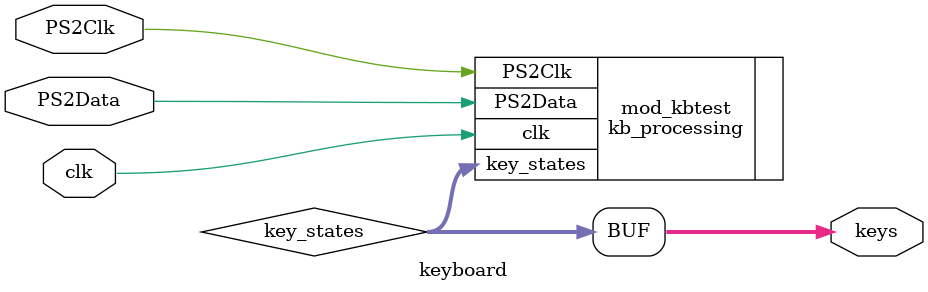
<source format=v>
`timescale 1ns / 1ps


module keyboard(
    input clk,
    input PS2Data,
    input PS2Clk,
    output reg [4:0] keys = 0
);

    /*Explanation
        key_states is a 5 bit value that carries keyboard input data
        WASD and Enter keys take one bit each
        '1' if key is pressed, '0' if key is not pressed
            key_states[0] >> RIGHT (D)
            key_states[1] >> LEFT (A)
            key_states[2] >> DOWN (S)
            key_states[3] >> UP (W)
            key_states[4] >> SHOOT (ENTER) 
        eg. 5'b00101 means only the RIGHT and DOWN keys are pressed 
    */
    wire [4:0] key_states;
    kb_processing mod_kbtest(
        .clk(clk), 
        .PS2Data(PS2Data), 
        .PS2Clk(PS2Clk), 
        .key_states(key_states)
        );
    
    // Mapped it to led lights just to see outputs
    always @ (key_states)
    begin
        keys = key_states;
    end
     
endmodule

</source>
